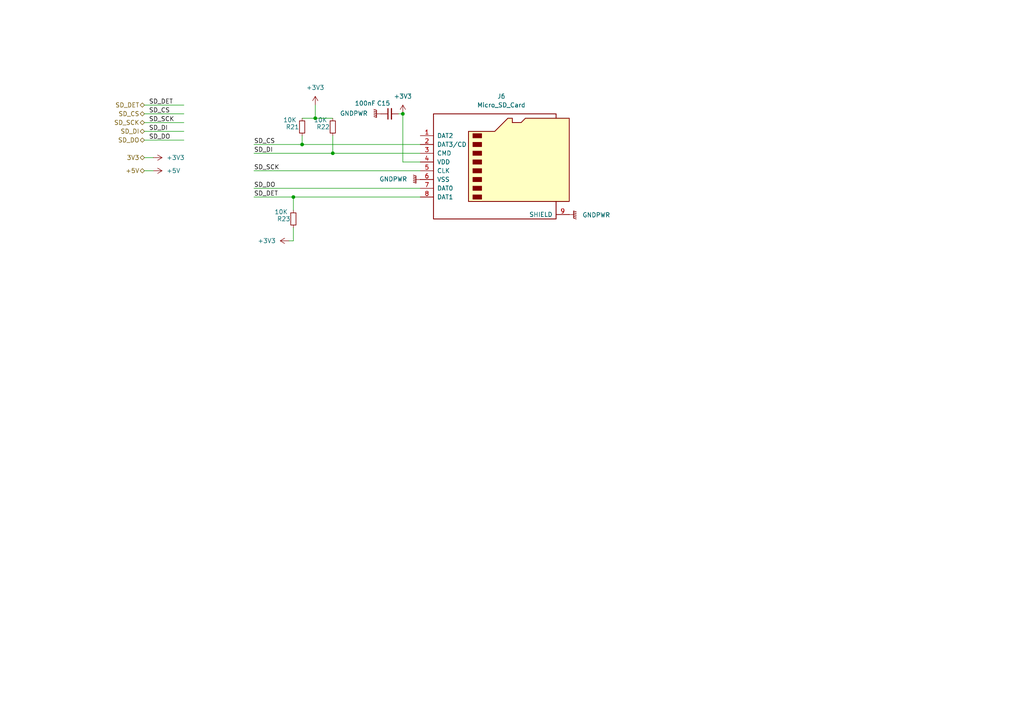
<source format=kicad_sch>
(kicad_sch (version 20231120) (generator "eeschema") (generator_version "8.0")
  (paper "A4")
  (lib_symbols
    (symbol "Connector:Micro_SD_Card" (pin_names (offset 1.016))
      (property "Reference" "J" (at -16.51 15.24 0))
      (property "Value" "Micro_SD_Card" (at 16.51 15.24 0))
      (symbol "Micro_SD_Card_0_1"
        (rectangle (start -7.62 -9.525) (end -5.08 -10.795) (fill (type outline)))
        (rectangle (start -7.62 -6.985) (end -5.08 -8.255) (fill (type outline)))
        (rectangle (start -7.62 -4.445) (end -5.08 -5.715) (fill (type outline)))
        (rectangle (start -7.62 -1.905) (end -5.08 -3.175) (fill (type outline)))
        (rectangle (start -7.62 0.635) (end -5.08 -0.635) (fill (type outline)))
        (rectangle (start -7.62 3.175) (end -5.08 1.905) (fill (type outline)))
        (rectangle (start -7.62 5.715) (end -5.08 4.445) (fill (type outline)))
        (rectangle (start -7.62 8.255) (end -5.08 6.985) (fill (type outline)))
        (polyline (pts (xy 16.51 12.7) (xy 16.51 13.97) (xy -19.05 13.97) (xy -19.05 -16.51) (xy 16.51 -16.51) (xy 16.51 -11.43)) (stroke (width 0.254)))
        (polyline (pts (xy -8.89 -11.43) (xy -8.89 8.89) (xy -1.27 8.89) (xy 2.54 12.7) (xy 3.81 12.7) (xy 3.81 11.43) (xy 6.35 11.43) (xy 7.62 12.7) (xy 20.32 12.7) (xy 20.32 -11.43) (xy -8.89 -11.43)) (stroke (width 0.254)) (fill (type background)))
      )
      (symbol "Micro_SD_Card_1_1"
        (pin bidirectional line (at -22.86 7.62 0) (length 3.81) (name "DAT2") (number "1"))
        (pin bidirectional line (at -22.86 5.08 0) (length 3.81) (name "DAT3/CD") (number "2"))
        (pin input line (at -22.86 2.54 0) (length 3.81) (name "CMD") (number "3"))
        (pin power_in line (at -22.86 0 0) (length 3.81) (name "VDD") (number "4"))
        (pin input line (at -22.86 -2.54 0) (length 3.81) (name "CLK") (number "5"))
        (pin power_in line (at -22.86 -5.08 0) (length 3.81) (name "VSS") (number "6"))
        (pin bidirectional line (at -22.86 -7.62 0) (length 3.81) (name "DAT0") (number "7"))
        (pin bidirectional line (at -22.86 -10.16 0) (length 3.81) (name "DAT1") (number "8"))
        (pin passive line (at 20.32 -15.24 180) (length 3.81) (name "SHIELD") (number "9"))
      )
    )
    (symbol "Device:C_Small" (pin_numbers hide) (pin_names (offset 0.254) hide)
      (property "Reference" "C" (at 0.254 1.778 0))
      (property "Value" "C_Small" (at 0.254 -2.032 0))
      (symbol "C_Small_0_1"
        (polyline (pts (xy -1.524 -0.508) (xy 1.524 -0.508)) (stroke (width 0.3302)))
        (polyline (pts (xy -1.524 0.508) (xy 1.524 0.508)) (stroke (width 0.3048)))
      )
      (symbol "C_Small_1_1"
        (pin passive line (at 0 2.54 270) (length 2.032) (name "~") (number "1"))
        (pin passive line (at 0 -2.54 90) (length 2.032) (name "~") (number "2"))
      )
    )
    (symbol "Device:R_Small" (pin_numbers hide) (pin_names (offset 0.254) hide)
      (property "Reference" "R" (at 0.762 0.508 0))
      (property "Value" "R_Small" (at 0.762 -1.016 0))
      (symbol "R_Small_0_1"
        (rectangle (start -0.762 1.778) (end 0.762 -1.778) (stroke (width 0.2032)))
      )
      (symbol "R_Small_1_1"
        (pin passive line (at 0 2.54 270) (length 0.762) (name "~") (number "1"))
        (pin passive line (at 0 -2.54 90) (length 0.762) (name "~") (number "2"))
      )
    )
    (symbol "power:+3V3" (power) (pin_numbers hide) (pin_names (offset 0) hide)
      (property "Value" "+3V3" (at 0 3.556 0))
      (symbol "+3V3_0_1"
        (polyline (pts (xy -0.762 1.27) (xy 0 2.54)))
        (polyline (pts (xy 0 0) (xy 0 2.54)))
        (polyline (pts (xy 0 2.54) (xy 0.762 1.27)))
      )
      (symbol "+3V3_1_1"
        (pin power_in line (at 0 0 90) (length 0) (name "~") (number "1"))
      )
    )
    (symbol "power:GNDPWR" (power) (pin_numbers hide) (pin_names (offset 0) hide)
      (property "Value" "GNDPWR" (at 0 -3.302 0))
      (symbol "GNDPWR_0_1"
        (polyline (pts (xy 0 -1.27) (xy 0 0)))
        (polyline (pts (xy -1.016 -1.27) (xy -1.27 -2.032) (xy -1.27 -2.032)) (stroke (width 0.2032)))
        (polyline (pts (xy -0.508 -1.27) (xy -0.762 -2.032) (xy -0.762 -2.032)) (stroke (width 0.2032)))
        (polyline (pts (xy 0 -1.27) (xy -0.254 -2.032) (xy -0.254 -2.032)) (stroke (width 0.2032)))
        (polyline (pts (xy 0.508 -1.27) (xy 0.254 -2.032) (xy 0.254 -2.032)) (stroke (width 0.2032)))
        (polyline (pts (xy 1.016 -1.27) (xy -1.016 -1.27) (xy -1.016 -1.27)) (stroke (width 0.2032)))
        (polyline (pts (xy 1.016 -1.27) (xy 0.762 -2.032) (xy 0.762 -2.032) (xy 0.762 -2.032)) (stroke (width 0.2032)))
      )
      (symbol "GNDPWR_1_1"
        (pin power_in line (at 0 0 270) (length 0) (name "~") (number "1"))
      )
    )
  )
  (junction (at 87.63 41.91))
  (junction (at 96.52 44.45))
  (junction (at 116.84 33.02))
  (junction (at 91.44 34.29))
  (junction (at 85.09 57.15))
  (wire (pts (xy 41.91 49.53) (xy 44.45 49.53)))
  (wire (pts (xy 73.66 57.15) (xy 85.09 57.15)))
  (wire (pts (xy 73.66 41.91) (xy 87.63 41.91)))
  (wire (pts (xy 85.09 66.04) (xy 85.09 69.85)))
  (wire (pts (xy 73.66 44.45) (xy 96.52 44.45)))
  (wire (pts (xy 96.52 44.45) (xy 121.92 44.45)))
  (wire (pts (xy 116.84 46.99) (xy 116.84 33.02)))
  (wire (pts (xy 96.52 39.37) (xy 96.52 44.45)))
  (wire (pts (xy 53.34 30.48) (xy 41.91 30.48)))
  (wire (pts (xy 53.34 33.02) (xy 41.91 33.02)))
  (wire (pts (xy 83.82 69.85) (xy 85.09 69.85)))
  (wire (pts (xy 121.92 46.99) (xy 116.84 46.99)))
  (wire (pts (xy 87.63 41.91) (xy 121.92 41.91)))
  (wire (pts (xy 85.09 57.15) (xy 121.92 57.15)))
  (wire (pts (xy 53.34 35.56) (xy 41.91 35.56)))
  (wire (pts (xy 115.57 33.02) (xy 116.84 33.02)))
  (wire (pts (xy 73.66 49.53) (xy 121.92 49.53)))
  (wire (pts (xy 91.44 34.29) (xy 96.52 34.29)))
  (wire (pts (xy 53.34 40.64) (xy 41.91 40.64)))
  (wire (pts (xy 73.66 54.61) (xy 121.92 54.61)))
  (wire (pts (xy 53.34 38.1) (xy 41.91 38.1)))
  (wire (pts (xy 41.91 45.72) (xy 44.45 45.72)))
  (wire (pts (xy 91.44 30.48) (xy 91.44 34.29)))
  (wire (pts (xy 87.63 34.29) (xy 91.44 34.29)))
  (wire (pts (xy 85.09 57.15) (xy 85.09 60.96)))
  (wire (pts (xy 87.63 39.37) (xy 87.63 41.91)))
  (label "SD_DET" (at 43.18 30.48 0))
  (label "SD_DO" (at 43.18 40.64 0))
  (label "SD_DO" (at 73.66 54.61 0))
  (label "SD_SCK" (at 73.66 49.53 0))
  (label "SD_DI" (at 43.18 38.1 0))
  (label "SD_CS" (at 73.66 41.91 0))
  (label "SD_DET" (at 73.66 57.15 0))
  (label "SD_CS" (at 43.18 33.02 0))
  (label "SD_DI" (at 73.66 44.45 0))
  (label "SD_SCK" (at 43.18 35.56 0))
  (hierarchical_label "SD_CS" (shape bidirectional) (at 41.91 33.02 180))
  (hierarchical_label "SD_DO" (shape bidirectional) (at 41.91 40.64 180))
  (hierarchical_label "SD_SCK" (shape bidirectional) (at 41.91 35.56 180))
  (hierarchical_label "+5V" (shape bidirectional) (at 41.91 49.53 180))
  (hierarchical_label "3V3" (shape bidirectional) (at 41.91 45.72 180))
  (hierarchical_label "SD_DI" (shape bidirectional) (at 41.91 38.1 180))
  (hierarchical_label "SD_DET" (shape bidirectional) (at 41.91 30.48 180))
  (symbol (lib_id "power:+3V3") (at 91.44 30.48 0) (unit 1)
    (property "Reference" "#PWR065" (effects (hide yes)))
    (property "Value" "+3V3" (at 91.44 25.4 0))
    (property "Description" "Power symbol creates a global label with name \"+3V3\"" (effects (hide yes)))
  )
  (symbol (lib_id "Connector:Micro_SD_Card") (at 144.78 46.99 0) (unit 1)
    (property "Reference" "J6" (at 145.415 27.94 0))
    (property "Value" "Micro_SD_Card" (at 145.415 30.48 0))
    (property "Datasheet" "http://katalog.we-online.de/em/datasheet/693072010801.pdf" (effects (hide yes)))
    (property "Description" "Micro SD Card Socket" (effects (hide yes)))
  )
  (symbol (lib_id "power:+3V3") (at 83.82 69.85 90) (unit 1)
    (property "Reference" "#PWR066" (effects (hide yes)))
    (property "Value" "+3V3" (at 80.01 69.8499 90) (effects (justify left)))
    (property "Description" "Power symbol creates a global label with name \"+3V3\"" (effects (hide yes)))
  )
  (symbol (lib_id "power:+3V3") (at 116.84 33.02 0) (unit 1)
    (property "Reference" "#PWR062" (effects (hide yes)))
    (property "Value" "+3V3" (at 116.84 27.94 0))
    (property "Description" "Power symbol creates a global label with name \"+3V3\"" (effects (hide yes)))
  )
  (symbol (lib_id "power:GNDPWR") (at 121.92 52.07 270) (unit 1)
    (property "Reference" "#PWR063" (effects (hide yes)))
    (property "Value" "GNDPWR" (at 118.11 51.9429 90) (effects (justify right)))
    (property "Description" "Power symbol creates a global label with name \"GNDPWR\" , global ground" (effects (hide yes)))
  )
  (symbol (lib_id "Device:R_Small") (at 96.52 36.83 0) (unit 1)
    (property "Reference" "R22" (at 93.726 36.83 0))
    (property "Value" "10K" (at 92.964 34.798 0))
    (property "Description" "Resistor, small symbol" (effects (hide yes)))
  )
  (symbol (lib_id "Device:R_Small") (at 85.09 63.5 0) (unit 1)
    (property "Reference" "R23" (at 82.296 63.5 0))
    (property "Value" "10K" (at 81.534 61.468 0))
    (property "Description" "Resistor, small symbol" (effects (hide yes)))
  )
  (symbol (lib_id "power:+3V3") (at 44.45 45.72 270) (unit 1)
    (property "Reference" "#PWR060" (effects (hide yes)))
    (property "Value" "+3V3" (at 48.26 45.7199 90) (effects (justify left)))
    (property "Description" "Power symbol creates a global label with name \"+3V3\"" (effects (hide yes)))
  )
  (symbol (lib_id "power:GNDPWR") (at 110.49 33.02 270) (unit 1)
    (property "Reference" "#PWR064" (effects (hide yes)))
    (property "Value" "GNDPWR" (at 106.68 32.8929 90) (effects (justify right)))
    (property "Description" "Power symbol creates a global label with name \"GNDPWR\" , global ground" (effects (hide yes)))
  )
  (symbol (lib_id "power:+3V3") (at 44.45 49.53 270) (unit 1)
    (property "Reference" "#PWR061" (effects (hide yes)))
    (property "Value" "+5V" (at 48.26 49.5299 90) (effects (justify left)))
    (property "Description" "Power symbol creates a global label with name \"+3V3\"" (effects (hide yes)))
  )
  (symbol (lib_id "Device:R_Small") (at 87.63 36.83 0) (unit 1)
    (property "Reference" "R21" (at 84.836 36.83 0))
    (property "Value" "10K" (at 84.074 34.798 0))
    (property "Description" "Resistor, small symbol" (effects (hide yes)))
  )
  (symbol (lib_id "power:GNDPWR") (at 165.1 62.23 90) (unit 1)
    (property "Reference" "#PWR067" (effects (hide yes)))
    (property "Value" "GNDPWR" (at 168.91 62.3569 90) (effects (justify right)))
    (property "Description" "Power symbol creates a global label with name \"GNDPWR\" , global ground" (effects (hide yes)))
  )
  (symbol (lib_id "Device:C_Small") (at 113.03 33.02 90) (unit 1)
    (property "Reference" "C15" (at 111.252 29.972 90))
    (property "Value" "100nF" (at 105.918 29.972 90))
    (property "Description" "Unpolarized capacitor, small symbol" (effects (hide yes)))
  )
)
</source>
